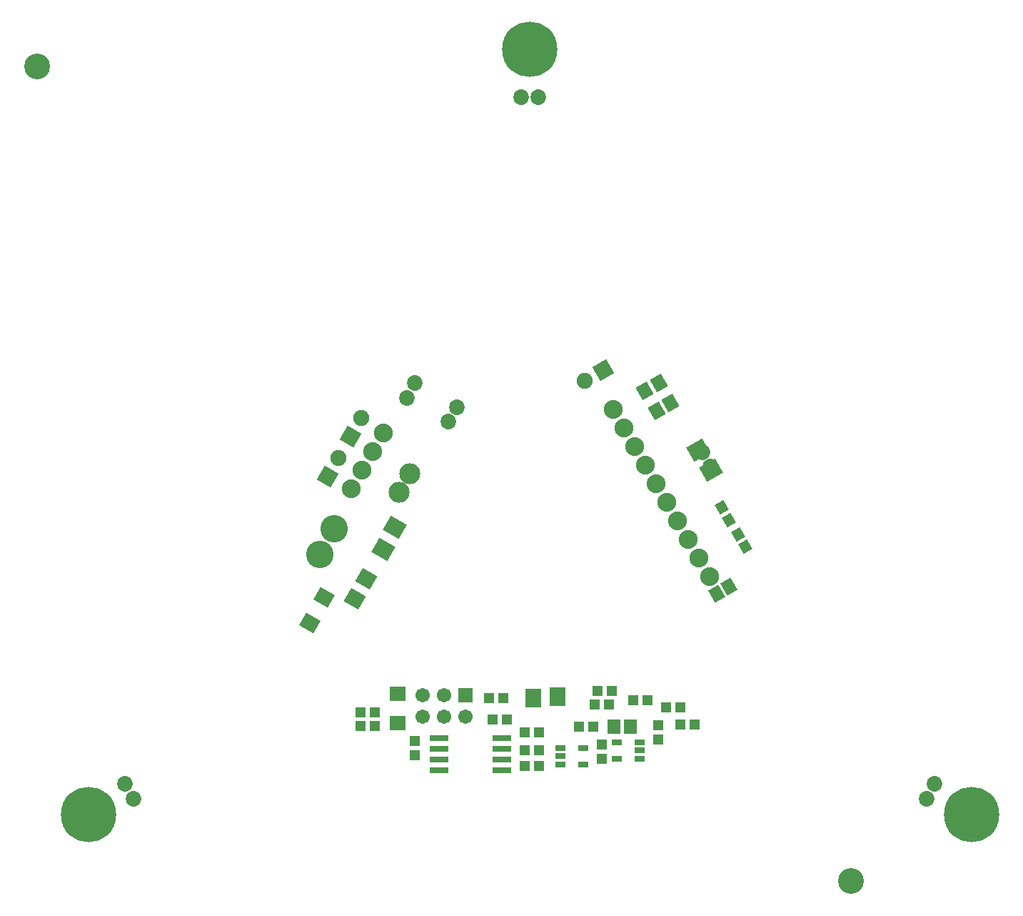
<source format=gbr>
G04 This is an RS-274x file exported by *
G04 gerbv version 2.6A *
G04 More information is available about gerbv at *
G04 http://gerbv.geda-project.org/ *
G04 --End of header info--*
%MOIN*%
%FSLAX34Y34*%
%IPPOS*%
G04 --Define apertures--*
%ADD10C,0.1200*%
%ADD11R,0.0760X0.0860*%
%ADD12C,0.0500*%
%ADD13C,0.0390*%
%ADD14C,0.2580*%
%ADD15C,0.0880*%
%ADD16R,0.0867X0.0316*%
%ADD17R,0.0769X0.0671*%
%ADD18R,0.0513X0.0316*%
%ADD19C,0.1280*%
%ADD20C,0.0671*%
%ADD21R,0.0671X0.0671*%
%ADD22C,0.0980*%
%ADD23C,0.0749*%
%ADD24R,0.0592X0.0671*%
%ADD25R,0.0474X0.0513*%
%ADD26R,0.0513X0.0474*%
%ADD27C,0.0730*%
%AMMACRO28*
4,1,4,-0.056238,-0.011409,-0.018238,0.054409,0.056238,0.011409,0.018238,-0.054409,-0.056238,-0.011409,0.000000*
%
%ADD28MACRO28*%
%AMMACRO29*
4,1,4,0.018238,0.054409,0.056238,-0.011409,-0.018238,-0.054409,-0.056238,0.011409,0.018238,0.054409,0.000000*
%
%ADD29MACRO29*%
%AMMACRO30*
5,1,4,0.000000,0.000000,0.105967,-164.999603*
%
%ADD30MACRO30*%
%AMMACRO31*
5,1,4,0.000000,0.000000,0.105967,-195.000397*
%
%ADD31MACRO31*%
%AMMACRO32*
4,1,4,-0.016402,0.050458,0.051898,0.011025,0.016402,-0.050458,-0.051898,-0.011025,-0.016402,0.050458,0.000000*
%
%ADD32MACRO32*%
%AMMACRO33*
4,1,4,0.008862,0.043832,0.042389,-0.014241,-0.008862,-0.043832,-0.042389,0.014241,0.008862,0.043832,0.000000*
%
%ADD33MACRO33*%
%AMMACRO34*
4,1,4,0.050061,0.009812,0.016534,-0.048261,-0.050061,-0.009812,-0.016534,0.048261,0.050061,0.009812,0.000000*
%
%ADD34MACRO34*%
%AMMACRO35*
4,1,4,-0.007649,-0.041994,-0.040192,0.014372,0.007649,0.041994,0.040192,-0.014372,-0.007649,-0.041994,0.000000*
%
%ADD35MACRO35*%
%AMMACRO36*
4,1,4,-0.033338,0.010373,0.007685,0.034059,0.033338,-0.010373,-0.007685,-0.034059,-0.033338,0.010373,0.000000*
%
%ADD36MACRO36*%
G04 --Start main section--*
G54D27*
G01X0038087Y0045135D03*
G01X0038481Y0044453D03*
G54D26*
G01X0029787Y0031240D03*
G01X0030456Y0031240D03*
G54D25*
G01X0033412Y0030841D03*
G01X0033412Y0031510D03*
G54D26*
G01X0029787Y0032053D03*
G01X0030456Y0032053D03*
G01X0035537Y0033553D03*
G01X0034868Y0033553D03*
G54D24*
G01X0033975Y0032340D03*
G01X0034723Y0032340D03*
G54D26*
G01X0032325Y0032340D03*
G01X0032994Y0032340D03*
G54D25*
G01X0036037Y0031740D03*
G01X0036037Y0032409D03*
G54D28*
G01X0023724Y0041615D03*
G01X0023214Y0040605D03*
G54D29*
G01X0038507Y0044290D03*
G01X0037888Y0045237D03*
G54D11*
G01X0030206Y0033680D03*
G01X0031336Y0033742D03*
G54D30*
G01X0021663Y0045865D03*
G54D23*
G01X0022163Y0046731D03*
G54D30*
G01X0020600Y0043990D03*
G54D23*
G01X0021100Y0044856D03*
G54D31*
G01X0033477Y0048965D03*
G54D23*
G01X0032611Y0048465D03*
G54D22*
G01X0023927Y0043275D03*
G01X0024427Y0044141D03*
G54D21*
G01X0027037Y0033803D03*
G54D20*
G01X0027037Y0032803D03*
G01X0026037Y0033803D03*
G01X0026037Y0032803D03*
G01X0025037Y0033803D03*
G01X0025037Y0032803D03*
G54D19*
G01X0020913Y0041553D03*
G01X0020224Y0040359D03*
G54D12*
G01X0020914Y0041553D03*
G01X0020224Y0040358D03*
G54D27*
G01X0024681Y0048358D03*
G01X0024287Y0047676D03*
G01X0026618Y0047233D03*
G01X0026224Y0046551D03*
G01X0029648Y0061713D03*
G01X0030435Y0061713D03*
G01X0011538Y0028977D03*
G01X0011144Y0029659D03*
G01X0048946Y0029654D03*
G01X0048553Y0028972D03*
G54D26*
G01X0036412Y0033240D03*
G01X0037081Y0033240D03*
G01X0030474Y0030490D03*
G01X0029805Y0030490D03*
G54D32*
G01X0022413Y0039240D03*
G01X0021862Y0038286D03*
G54D25*
G01X0024662Y0030990D03*
G01X0024662Y0031659D03*
G54D33*
G01X0035412Y0047990D03*
G01X0036060Y0048364D03*
G01X0036600Y0047428D03*
G01X0035952Y0047054D03*
G54D26*
G01X0037724Y0032428D03*
G01X0037055Y0032428D03*
G01X0033724Y0033366D03*
G01X0033055Y0033366D03*
G01X0028287Y0032678D03*
G01X0028956Y0032678D03*
G01X0028807Y0033655D03*
G01X0028138Y0033655D03*
G01X0033877Y0034005D03*
G01X0033208Y0034005D03*
G54D18*
G01X0031475Y0031328D03*
G01X0031475Y0030954D03*
G01X0031475Y0030580D03*
G01X0032537Y0030580D03*
G01X0032537Y0031328D03*
G01X0035161Y0030841D03*
G01X0035161Y0031215D03*
G01X0035161Y0031589D03*
G01X0034098Y0031589D03*
G01X0034098Y0030841D03*
G54D34*
G01X0019757Y0037175D03*
G01X0020446Y0038369D03*
G54D26*
G01X0022118Y0032990D03*
G01X0022787Y0032990D03*
G54D17*
G01X0023850Y0032490D03*
G01X0023850Y0033868D03*
G54D26*
G01X0022787Y0032365D03*
G01X0022118Y0032365D03*
G54D16*
G01X0028724Y0030303D03*
G01X0028724Y0030803D03*
G01X0028724Y0031303D03*
G01X0028724Y0031803D03*
G01X0025811Y0031803D03*
G01X0025811Y0031303D03*
G01X0025811Y0030803D03*
G01X0025811Y0030303D03*
G54D35*
G01X0039349Y0038865D03*
G01X0038769Y0038531D03*
G54D15*
G01X0033947Y0047125D03*
G01X0034447Y0046259D03*
G01X0034947Y0045393D03*
G01X0035447Y0044527D03*
G01X0035947Y0043661D03*
G01X0036447Y0042795D03*
G01X0036947Y0041929D03*
G01X0037447Y0041063D03*
G01X0037947Y0040197D03*
G01X0038447Y0039331D03*
G54D36*
G01X0039762Y0041305D03*
G01X0040097Y0040726D03*
G01X0039012Y0042555D03*
G01X0039347Y0041976D03*
G54D15*
G01X0021712Y0043435D03*
G01X0022214Y0044300D03*
G01X0022714Y0045166D03*
G01X0023214Y0046032D03*
G54D14*
G01X0030037Y0063925D03*
G01X0050657Y0028215D03*
G01X0009427Y0028215D03*
G54D15*
G01X0007037Y0063115D03*
G01X0045037Y0025115D03*
G54D10*
G01X0007037Y0063115D03*
G01X0045037Y0025115D03*
M02*

</source>
